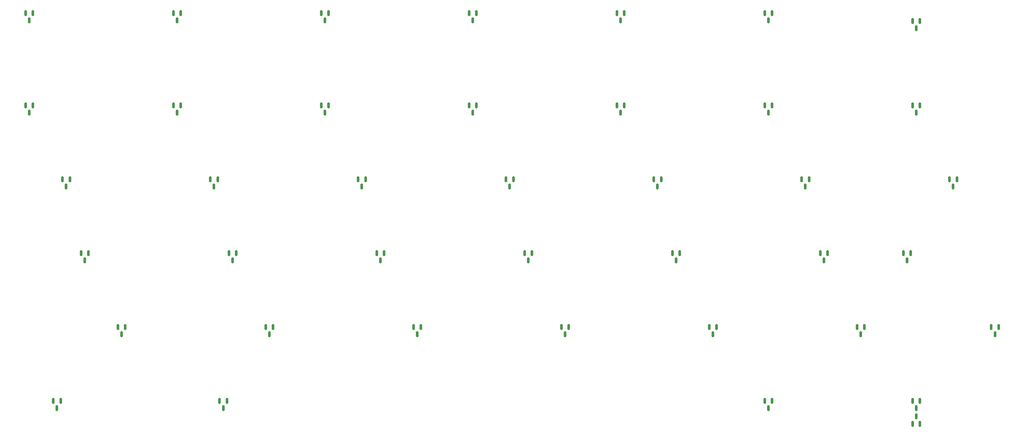
<source format=gbr>
%TF.GenerationSoftware,KiCad,Pcbnew,6.0.11-2627ca5db0~126~ubuntu22.04.1*%
%TF.CreationDate,2023-04-02T11:01:56+08:00*%
%TF.ProjectId,explorekb75,6578706c-6f72-4656-9b62-37352e6b6963,rev?*%
%TF.SameCoordinates,Original*%
%TF.FileFunction,Paste,Top*%
%TF.FilePolarity,Positive*%
%FSLAX46Y46*%
G04 Gerber Fmt 4.6, Leading zero omitted, Abs format (unit mm)*
G04 Created by KiCad (PCBNEW 6.0.11-2627ca5db0~126~ubuntu22.04.1) date 2023-04-02 11:01:56*
%MOMM*%
%LPD*%
G01*
G04 APERTURE LIST*
G04 Aperture macros list*
%AMRoundRect*
0 Rectangle with rounded corners*
0 $1 Rounding radius*
0 $2 $3 $4 $5 $6 $7 $8 $9 X,Y pos of 4 corners*
0 Add a 4 corners polygon primitive as box body*
4,1,4,$2,$3,$4,$5,$6,$7,$8,$9,$2,$3,0*
0 Add four circle primitives for the rounded corners*
1,1,$1+$1,$2,$3*
1,1,$1+$1,$4,$5*
1,1,$1+$1,$6,$7*
1,1,$1+$1,$8,$9*
0 Add four rect primitives between the rounded corners*
20,1,$1+$1,$2,$3,$4,$5,0*
20,1,$1+$1,$4,$5,$6,$7,0*
20,1,$1+$1,$6,$7,$8,$9,0*
20,1,$1+$1,$8,$9,$2,$3,0*%
G04 Aperture macros list end*
%ADD10RoundRect,0.150000X-0.150000X0.587500X-0.150000X-0.587500X0.150000X-0.587500X0.150000X0.587500X0*%
%ADD11RoundRect,0.150000X0.150000X-0.587500X0.150000X0.587500X-0.150000X0.587500X-0.150000X-0.587500X0*%
G04 APERTURE END LIST*
D10*
%TO.C,D27*%
X298524985Y-142950000D03*
X296624985Y-142950000D03*
X297574985Y-144825000D03*
%TD*%
%TO.C,D24*%
X184224985Y-142950000D03*
X182324985Y-142950000D03*
X183274985Y-144825000D03*
%TD*%
%TO.C,D8*%
X93737485Y-104850000D03*
X91837485Y-104850000D03*
X92787485Y-106725000D03*
%TD*%
%TO.C,D29*%
X117549985Y-162000000D03*
X115649985Y-162000000D03*
X116599985Y-163875000D03*
%TD*%
%TO.C,D30*%
X155649985Y-162000000D03*
X153749985Y-162000000D03*
X154699985Y-163875000D03*
%TD*%
%TO.C,D3*%
X169937485Y-81037500D03*
X168037485Y-81037500D03*
X168987485Y-82912500D03*
%TD*%
%TO.C,D28*%
X319956235Y-142950000D03*
X318056235Y-142950000D03*
X319006235Y-144825000D03*
%TD*%
%TO.C,D35*%
X342624985Y-162000000D03*
X340724985Y-162000000D03*
X341674985Y-163875000D03*
%TD*%
%TO.C,D2*%
X131837485Y-81037500D03*
X129937485Y-81037500D03*
X130887485Y-82912500D03*
%TD*%
%TO.C,D32*%
X231849985Y-162000000D03*
X229949985Y-162000000D03*
X230899985Y-163875000D03*
%TD*%
%TO.C,D20*%
X293762485Y-123900000D03*
X291862485Y-123900000D03*
X292812485Y-125775000D03*
%TD*%
%TO.C,D6*%
X284237485Y-81037500D03*
X282337485Y-81037500D03*
X283287485Y-82912500D03*
%TD*%
%TO.C,D9*%
X131837485Y-104850000D03*
X129937485Y-104850000D03*
X130887485Y-106725000D03*
%TD*%
%TO.C,D12*%
X246137485Y-104850000D03*
X244237485Y-104850000D03*
X245187485Y-106725000D03*
%TD*%
%TO.C,D13*%
X284237485Y-104850000D03*
X282337485Y-104850000D03*
X283287485Y-106725000D03*
%TD*%
%TO.C,D15*%
X103262485Y-123900000D03*
X101362485Y-123900000D03*
X102312485Y-125775000D03*
%TD*%
%TO.C,D37*%
X143743735Y-181050000D03*
X141843735Y-181050000D03*
X142793735Y-182925000D03*
%TD*%
%TO.C,D17*%
X179462485Y-123900000D03*
X177562485Y-123900000D03*
X178512485Y-125775000D03*
%TD*%
%TO.C,D36*%
X100881235Y-181050000D03*
X98981235Y-181050000D03*
X99931235Y-182925000D03*
%TD*%
%TO.C,D5*%
X246137485Y-81037500D03*
X244237485Y-81037500D03*
X245187485Y-82912500D03*
%TD*%
%TO.C,D31*%
X193749985Y-162000000D03*
X191849985Y-162000000D03*
X192799985Y-163875000D03*
%TD*%
%TO.C,D4*%
X208037485Y-81037500D03*
X206137485Y-81037500D03*
X207087485Y-82912500D03*
%TD*%
%TO.C,D10*%
X169937485Y-104850000D03*
X168037485Y-104850000D03*
X168987485Y-106725000D03*
%TD*%
%TO.C,D7*%
X322337485Y-83062500D03*
X320437485Y-83062500D03*
X321387485Y-84937500D03*
%TD*%
%TO.C,D38*%
X284237485Y-181050000D03*
X282337485Y-181050000D03*
X283287485Y-182925000D03*
%TD*%
%TO.C,D16*%
X141362485Y-123900000D03*
X139462485Y-123900000D03*
X140412485Y-125775000D03*
%TD*%
%TO.C,D11*%
X208037485Y-104850000D03*
X206137485Y-104850000D03*
X207087485Y-106725000D03*
%TD*%
%TO.C,D33*%
X269949985Y-162000000D03*
X268049985Y-162000000D03*
X268999985Y-163875000D03*
%TD*%
%TO.C,D22*%
X108024985Y-142950000D03*
X106124985Y-142950000D03*
X107074985Y-144825000D03*
%TD*%
%TO.C,D34*%
X308049985Y-162000000D03*
X306149985Y-162000000D03*
X307099985Y-163875000D03*
%TD*%
%TO.C,D14*%
X322337485Y-104850000D03*
X320437485Y-104850000D03*
X321387485Y-106725000D03*
%TD*%
%TO.C,D21*%
X331862485Y-123900000D03*
X329962485Y-123900000D03*
X330912485Y-125775000D03*
%TD*%
%TO.C,D25*%
X222324985Y-142950000D03*
X220424985Y-142950000D03*
X221374985Y-144825000D03*
%TD*%
%TO.C,D26*%
X260424985Y-142950000D03*
X258524985Y-142950000D03*
X259474985Y-144825000D03*
%TD*%
%TO.C,D23*%
X146124985Y-142950000D03*
X144224985Y-142950000D03*
X145174985Y-144825000D03*
%TD*%
%TO.C,D39*%
X322337485Y-181050000D03*
X320437485Y-181050000D03*
X321387485Y-182925000D03*
%TD*%
%TO.C,D18*%
X217562485Y-123900000D03*
X215662485Y-123900000D03*
X216612485Y-125775000D03*
%TD*%
%TO.C,D19*%
X255662485Y-123900000D03*
X253762485Y-123900000D03*
X254712485Y-125775000D03*
%TD*%
%TO.C,D1*%
X93737485Y-81037500D03*
X91837485Y-81037500D03*
X92787485Y-82912500D03*
%TD*%
D11*
%TO.C,D40*%
X320437485Y-186925000D03*
X322337485Y-186925000D03*
X321387485Y-185050000D03*
%TD*%
M02*

</source>
